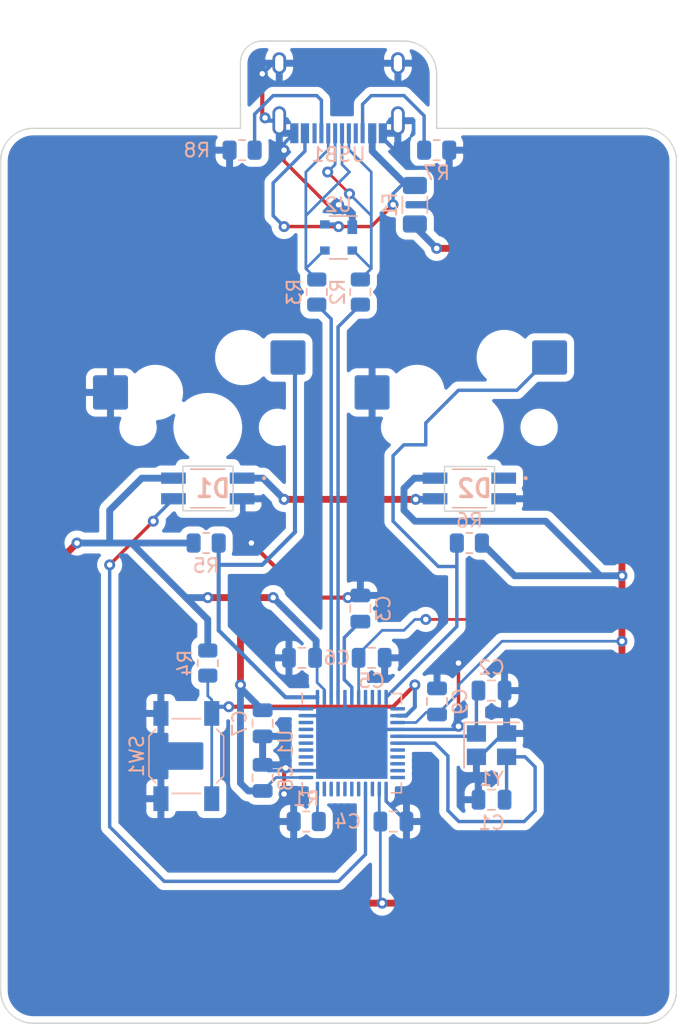
<source format=kicad_pcb>
(kicad_pcb (version 20211014) (generator pcbnew)
  (layers (0 "F.Cu" signal) (31 "B.Cu" signal) (34 "B.Paste" user) (35 "F.Paste" user) (36 "B.SilkS" user "B.Silkscreen") (37 "F.SilkS" user "F.Silkscreen") (38 "B.Mask" user) (39 "F.Mask" user) (44 "Edge.Cuts" user))
  (net 0 "")
  (net 1 "GND")
  (net 2 "Net-(C1-Pad2)")
  (net 3 "Net-(C2-Pad2)")
  (net 4 "Net-(C3-Pad1)")
  (net 5 "+5V")
  (net 6 "VCC")
  (net 7 "Net-(MX1-Pad2)")
  (net 8 "Net-(MX2-Pad2)")
  (net 9 "Net-(R1-Pad1)")
  (net 10 "D+")
  (net 11 "Net-(R2-Pad2)")
  (net 12 "D-")
  (net 13 "Net-(R3-Pad2)")
  (net 14 "Net-(R4-Pad2)")
  (net 36 "RGBLED")
  (net 37 "Net-(R7-Pad1)")
  (net 38 "Net-(R8-Pad1)")
  (net 41 "Net-(D1-Pad1)")
  (footprint "MX_Hotswap:MX-Hotswap-1U" (layer "F.Cu") (at 150.8125 81.28)
    (fp_text reference "MX1")
    (fp_text value "MX-NoLED")
    (pad "" np_thru_hole circle (at 5.08 0 48.099) (size 1.7018 1.7018) (drill 1.7018) (layers F&B.Cu *.Mask))
    (pad "" np_thru_hole circle (at -5.08 0 48.099) (size 1.7018 1.7018) (drill 1.7018) (layers F&B.Cu *.Mask))
    (pad "" np_thru_hole circle (at -3.81 -2.54) (size 3 3) (drill 3) (layers F&B.Cu *.Mask))
    (pad "" np_thru_hole circle (at 0 0) (size 3.9878 3.9878) (drill 3.9878) (layers F&B.Cu *.Mask))
    (pad "" np_thru_hole circle (at 2.54 -5.08) (size 3 3) (drill 3) (layers F&B.Cu *.Mask))
    (pad "1" smd roundrect (at -7.085 -2.54) (size 2.55 2.5) (layers "B.Cu" "B.Paste" "B.Mask") (roundrect_rratio 0.08) (net 1 "GND"))
    (pad "2" smd roundrect (at 5.842 -5.08) (size 2.55 2.5) (layers "B.Cu" "B.Paste" "B.Mask") (roundrect_rratio 0.08) (net 7 "Net-(MX1-Pad2)"))
  )
  (footprint "MX_Hotswap:MX-Hotswap-1U" (layer "F.Cu") (at 169.8625 81.28)
    (fp_text reference "MX2")
    (fp_text value "MX-NoLED")
    (pad "" np_thru_hole circle (at -3.81 -2.54) (size 3 3) (drill 3) (layers F&B.Cu *.Mask))
    (pad "" np_thru_hole circle (at 2.54 -5.08) (size 3 3) (drill 3) (layers F&B.Cu *.Mask))
    (pad "" np_thru_hole circle (at 5.08 0 48.099) (size 1.7018 1.7018) (drill 1.7018) (layers F&B.Cu *.Mask))
    (pad "" np_thru_hole circle (at -5.08 0 48.099) (size 1.7018 1.7018) (drill 1.7018) (layers F&B.Cu *.Mask))
    (pad "" np_thru_hole circle (at 0 0) (size 3.9878 3.9878) (drill 3.9878) (layers F&B.Cu *.Mask))
    (pad "1" smd roundrect (at -7.085 -2.54) (size 2.55 2.5) (layers "B.Cu" "B.Paste" "B.Mask") (roundrect_rratio 0.08) (net 1 "GND"))
    (pad "2" smd roundrect (at 5.842 -5.08) (size 2.55 2.5) (layers "B.Cu" "B.Paste" "B.Mask") (roundrect_rratio 0.08) (net 8 "Net-(MX2-Pad2)"))
  )
  (footprint "Capacitor_SMD:C_0805_2012Metric" (layer "B.Cu") (at 154.80625 106.775 90)
    (fp_text reference "C8" (at 0 1.68 90) (layer "B.SilkS") (effects (justify mirror)))
    (fp_text value "0.1uF")
    (pad "1" smd roundrect (at -0.95 0 90) (size 1 1.45) (layers "B.Cu" "B.Paste" "B.Mask") (net 5 "+5V"))
    (pad "2" smd roundrect (at 0.95 0 90) (size 1 1.45) (layers "B.Cu" "B.Paste" "B.Mask") (net 1 "GND"))
  )
  (footprint "Capacitor_SMD:C_0805_2012Metric" (layer "B.Cu") (at 171.475 108.3625)
    (fp_text reference "C1" (at 0 1.68) (layer "B.SilkS") (effects (justify mirror)))
    (fp_text value "22pF")
    (pad "1" smd roundrect (at -0.95 0) (size 1 1.45) (layers "B.Cu" "B.Paste" "B.Mask") (net 1 "GND"))
    (pad "2" smd roundrect (at 0.95 0) (size 1 1.45) (layers "B.Cu" "B.Paste" "B.Mask") (net 2 "Net-(C1-Pad2)"))
  )
  (footprint "Resistor_SMD:R_0805_2012Metric" (layer "B.Cu") (at 150.8125 98.425 -90)
    (fp_text reference "R4" (at 0 1.65 90) (layer "B.SilkS") (effects (justify mirror)))
    (fp_text value "10k")
    (pad "1" smd roundrect (at -0.9125 0 270) (size 1.025 1.4) (layers "B.Cu" "B.Paste" "B.Mask") (roundrect_rratio 0.243902) (net 5 "+5V"))
    (pad "2" smd roundrect (at 0.9125 0 270) (size 1.025 1.4) (layers "B.Cu" "B.Paste" "B.Mask") (roundrect_rratio 0.243902) (net 14 "Net-(R4-Pad2)"))
  )
  (footprint "LED:SK6812MINIE" (layer "B.Cu") (at 150.8125 85.725 180)
    (fp_text reference "D1" (at -0.375 0) (layer "B.SilkS") (effects (font (size 1.27 1.27) (thickness 0.254)) (justify mirror)))
    (fp_text value "SK6812MINI" hide)
    (pad "1" smd rect locked (at -2.5 0.75 90) (size 0.82 1.8) (layers "B.Cu" "B.Paste" "B.Mask") (net 41 "Net-(D1-Pad1)"))
    (pad "2" smd rect locked (at -2.5 -0.75 90) (size 0.82 1.8) (layers "B.Cu" "B.Paste" "B.Mask") (net 1 "GND"))
    (pad "3" smd rect locked (at 2.5 -0.75 90) (size 0.82 1.8) (layers "B.Cu" "B.Paste" "B.Mask") (net 36 "RGBLED"))
    (pad "4" smd rect locked (at 2.5 0.75 90) (size 0.82 1.8) (layers "B.Cu" "B.Paste" "B.Mask") (net 5 "+5V"))
  )
  (footprint "Resistor_SMD:R_0805_2012Metric" (layer "B.Cu") (at 157.98125 109.95 180)
    (fp_text reference "R1" (at 0 1.65) (layer "B.SilkS") (effects (justify mirror)))
    (fp_text value "10k")
    (pad "1" smd roundrect (at -0.9125 0 180) (size 1.025 1.4) (layers "B.Cu" "B.Paste" "B.Mask") (roundrect_rratio 0.243902) (net 9 "Net-(R1-Pad1)"))
    (pad "2" smd roundrect (at 0.9125 0 180) (size 1.025 1.4) (layers "B.Cu" "B.Paste" "B.Mask") (roundrect_rratio 0.243902) (net 1 "GND"))
  )
  (footprint "Resistor_SMD:R_0805_2012Metric" (layer "B.Cu") (at 150.69375 89.69375)
    (fp_text reference "R5" (at 0 1.65) (layer "B.SilkS") (effects (justify mirror)))
    (fp_text value "10k")
    (pad "1" smd roundrect (at -0.9125 0) (size 1.025 1.4) (layers "B.Cu" "B.Paste" "B.Mask") (roundrect_rratio 0.243902) (net 5 "+5V"))
    (pad "2" smd roundrect (at 0.9125 0) (size 1.025 1.4) (layers "B.Cu" "B.Paste" "B.Mask") (roundrect_rratio 0.243902) (net 7 "Net-(MX1-Pad2)"))
  )
  (footprint "Capacitor_SMD:C_0805_2012Metric" (layer "B.Cu") (at 157.675 98.04375 180)
    (fp_text reference "C6" (at -2.5375 0) (layer "B.SilkS") (effects (justify mirror)))
    (fp_text value "0.1uF")
    (pad "1" smd roundrect (at -0.95 0 180) (size 1 1.45) (layers "B.Cu" "B.Paste" "B.Mask") (net 5 "+5V"))
    (pad "2" smd roundrect (at 0.95 0 180) (size 1 1.45) (layers "B.Cu" "B.Paste" "B.Mask") (net 1 "GND"))
  )
  (footprint "Capacitor_SMD:C_0805_2012Metric" (layer "B.Cu") (at 161.925 94.45625 90)
    (fp_text reference "C3" (at 0 1.68 90) (layer "B.SilkS") (effects (justify mirror)))
    (fp_text value "1uF")
    (pad "1" smd roundrect (at -0.95 0 90) (size 1 1.45) (layers "B.Cu" "B.Paste" "B.Mask") (net 4 "Net-(C3-Pad1)"))
    (pad "2" smd roundrect (at 0.95 0 90) (size 1 1.45) (layers "B.Cu" "B.Paste" "B.Mask") (net 1 "GND"))
  )
  (footprint "Capacitor_SMD:C_0805_2012Metric" (layer "B.Cu") (at 171.475 100.425 180)
    (fp_text reference "C2" (at 0 1.68) (layer "B.SilkS") (effects (justify mirror)))
    (fp_text value "22pF")
    (pad "1" smd roundrect (at -0.95 0 180) (size 1 1.45) (layers "B.Cu" "B.Paste" "B.Mask") (net 1 "GND"))
    (pad "2" smd roundrect (at 0.95 0 180) (size 1 1.45) (layers "B.Cu" "B.Paste" "B.Mask") (net 3 "Net-(C2-Pad2)"))
  )
  (footprint "Button_Switch_SMD:SW_SPST_SKQG_WithStem" (layer "B.Cu") (at 149.25 105.1875 -90)
    (fp_text reference "SW1" (at 0 3.6 -270) (layer "B.SilkS") (effects (justify mirror)))
    (fp_text value "SW_Push")
    (pad "1" smd rect (at 3.1 1.85 270) (size 1.8 1.1) (layers "B.Cu" "B.Paste" "B.Mask") (net 1 "GND"))
    (pad "1" smd rect (at -3.1 1.85 270) (size 1.8 1.1) (layers "B.Cu" "B.Paste" "B.Mask") (net 1 "GND"))
    (pad "2" smd rect (at -3.1 -1.85 270) (size 1.8 1.1) (layers "B.Cu" "B.Paste" "B.Mask") (net 14 "Net-(R4-Pad2)"))
    (pad "2" smd rect (at 3.1 -1.85 270) (size 1.8 1.1) (layers "B.Cu" "B.Paste" "B.Mask") (net 14 "Net-(R4-Pad2)"))
    (zone (net 0) (net_name "") (layer "B.Cu") (connect_pads (clearance 0)) (min_thickness 0.254)
      (keepout (tracks not_allowed) (vias not_allowed) (pads not_allowed) (copperpour not_allowed) (footprints not_allowed))
      (fill (thermal_gap 0.508) (thermal_bridge_width 0.508))
      (polygon (pts (xy 147.95 101.1875) (xy 147.95 104.1875) (xy 150.55 104.1875) (xy 150.55 101.1875)))
    )
    (zone (net 0) (net_name "") (layer "B.Cu") (connect_pads (clearance 0)) (min_thickness 0.254)
      (keepout (tracks not_allowed) (vias not_allowed) (pads not_allowed) (copperpour not_allowed) (footprints not_allowed))
      (fill (thermal_gap 0.508) (thermal_bridge_width 0.508))
      (polygon (pts (xy 147.95 106.1875) (xy 147.95 109.1875) (xy 150.55 109.1875) (xy 150.55 106.1875)))
    )
  )
  (footprint "Capacitor_SMD:C_0805_2012Metric" (layer "B.Cu") (at 162.74375 98.04375)
    (fp_text reference "C5" (at 0 1.68) (layer "B.SilkS") (effects (justify mirror)))
    (fp_text value "0.1uF")
    (pad "1" smd roundrect (at -0.95 0) (size 1 1.45) (layers "B.Cu" "B.Paste" "B.Mask") (net 5 "+5V"))
    (pad "2" smd roundrect (at 0.95 0) (size 1 1.45) (layers "B.Cu" "B.Paste" "B.Mask") (net 1 "GND"))
  )
  (footprint "Type-C:HRO-TYPE-C-31-M-12-Assembly" (layer "B.Cu") (at 160.3375 52.19375)
    (fp_text reference "USB1" (at 0 9.25) (layer "B.SilkS") (effects (justify mirror)))
    (fp_text value "HRO-TYPE-C-31-M-12")
    (pad "" np_thru_hole circle locked (at -2.89 6.25) (size 0.65 0.65) (drill 0.65) (layers *.Cu *.Mask))
    (pad "" np_thru_hole circle locked (at 2.89 6.25) (size 0.65 0.65) (drill 0.65) (layers *.Cu *.Mask))
    (pad "1" smd rect locked (at -3.225 7.695) (size 0.6 1.45) (layers "B.Cu" "B.Paste" "B.Mask") (net 1 "GND"))
    (pad "2" smd rect locked (at -2.45 7.695) (size 0.6 1.45) (layers "B.Cu" "B.Paste" "B.Mask") (net 6 "VCC"))
    (pad "3" smd rect locked (at -1.75 7.695) (size 0.3 1.45) (layers "B.Cu" "B.Paste" "B.Mask"))
    (pad "4" smd rect locked (at -1.25 7.695) (size 0.3 1.45) (layers "B.Cu" "B.Paste" "B.Mask") (net 38 "Net-(R8-Pad1)"))
    (pad "5" smd rect locked (at -0.75 7.695) (size 0.3 1.45) (layers "B.Cu" "B.Paste" "B.Mask") (net 12 "D-"))
    (pad "6" smd rect locked (at -0.25 7.695) (size 0.3 1.45) (layers "B.Cu" "B.Paste" "B.Mask") (net 10 "D+"))
    (pad "7" smd rect locked (at 0.25 7.695) (size 0.3 1.45) (layers "B.Cu" "B.Paste" "B.Mask") (net 12 "D-"))
    (pad "8" smd rect locked (at 0.75 7.695) (size 0.3 1.45) (layers "B.Cu" "B.Paste" "B.Mask") (net 10 "D+"))
    (pad "9" smd rect locked (at 1.25 7.695) (size 0.3 1.45) (layers "B.Cu" "B.Paste" "B.Mask"))
    (pad "10" smd rect locked (at 1.75 7.695) (size 0.3 1.45) (layers "B.Cu" "B.Paste" "B.Mask") (net 37 "Net-(R7-Pad1)"))
    (pad "11" smd rect locked (at 2.45 7.695) (size 0.6 1.45) (layers "B.Cu" "B.Paste" "B.Mask") (net 6 "VCC"))
    (pad "12" smd rect locked (at 3.225 7.695) (size 0.6 1.45) (layers "B.Cu" "B.Paste" "B.Mask") (net 1 "GND"))
    (pad "13" thru_hole oval locked (at 4.32 2.6) (size 1 1.6) (drill oval 0.6 1.2) (layers *.Cu *.Mask) (net 1 "GND"))
    (pad "13" thru_hole oval locked (at -4.32 2.6) (size 1 1.6) (drill oval 0.6 1.2) (layers *.Cu *.Mask) (net 1 "GND"))
    (pad "13" thru_hole oval locked (at 4.32 6.78) (size 1 2.1) (drill oval 0.6 1.7) (layers *.Cu *.Mask) (net 1 "GND"))
    (pad "13" thru_hole oval locked (at -4.32 6.78) (size 1 2.1) (drill oval 0.6 1.7) (layers *.Cu *.Mask) (net 1 "GND"))
  )
  (footprint "Package_DFN_QFN:QFN-44-1EP_7x7mm_P0.5mm_EP5.2x5.2mm" (layer "B.Cu") (at 161.3 104.25 -90)
    (fp_text reference "U1" (at 0 4.82 90) (layer "B.SilkS") (effects (justify mirror)))
    (fp_text value "ATmega32U4-M")
    (pad "1" smd roundrect (at -3.3375 2.5 270) (size 1.075 0.25) (layers "B.Cu" "B.Paste" "B.Mask") (net 7 "Net-(MX1-Pad2)"))
    (pad "2" smd roundrect (at -3.3375 2 270) (size 1.075 0.25) (layers "B.Cu" "B.Paste" "B.Mask") (net 5 "+5V"))
    (pad "3" smd roundrect (at -3.3375 1.5 270) (size 1.075 0.25) (layers "B.Cu" "B.Paste" "B.Mask") (net 13 "Net-(R3-Pad2)"))
    (pad "4" smd roundrect (at -3.3375 1 270) (size 1.075 0.25) (layers "B.Cu" "B.Paste" "B.Mask") (net 11 "Net-(R2-Pad2)"))
    (pad "5" smd roundrect (at -3.3375 0.5 270) (size 1.075 0.25) (layers "B.Cu" "B.Paste" "B.Mask") (net 1 "GND"))
    (pad "6" smd roundrect (at -3.3375 0 270) (size 1.075 0.25) (layers "B.Cu" "B.Paste" "B.Mask") (net 4 "Net-(C3-Pad1)"))
    (pad "7" smd roundrect (at -3.3375 -0.5 270) (size 1.075 0.25) (layers "B.Cu" "B.Paste" "B.Mask") (net 5 "+5V"))
    (pad "8" smd roundrect (at -3.3375 -1 270) (size 1.075 0.25) (layers "B.Cu" "B.Paste" "B.Mask"))
    (pad "9" smd roundrect (at -3.3375 -1.5 270) (size 1.075 0.25) (layers "B.Cu" "B.Paste" "B.Mask"))
    (pad "10" smd roundrect (at -3.3375 -2 270) (size 1.075 0.25) (layers "B.Cu" "B.Paste" "B.Mask"))
    (pad "11" smd roundrect (at -3.3375 -2.5 270) (size 1.075 0.25) (layers "B.Cu" "B.Paste" "B.Mask") (net 8 "Net-(MX2-Pad2)"))
    (pad "12" smd roundrect (at -2.5 -3.3375 270) (size 0.25 1.075) (layers "B.Cu" "B.Paste" "B.Mask"))
    (pad "13" smd roundrect (at -2 -3.3375 270) (size 0.25 1.075) (layers "B.Cu" "B.Paste" "B.Mask") (net 14 "Net-(R4-Pad2)"))
    (pad "14" smd roundrect (at -1.5 -3.3375 270) (size 0.25 1.075) (layers "B.Cu" "B.Paste" "B.Mask") (net 5 "+5V"))
    (pad "15" smd roundrect (at -1 -3.3375 270) (size 0.25 1.075) (layers "B.Cu" "B.Paste" "B.Mask") (net 1 "GND"))
    (pad "16" smd roundrect (at -0.5 -3.3375 270) (size 0.25 1.075) (layers "B.Cu" "B.Paste" "B.Mask") (net 3 "Net-(C2-Pad2)"))
    (pad "17" smd roundrect (at 0 -3.3375 270) (size 0.25 1.075) (layers "B.Cu" "B.Paste" "B.Mask") (net 2 "Net-(C1-Pad2)"))
    (pad "18" smd roundrect (at 0.5 -3.3375 270) (size 0.25 1.075) (layers "B.Cu" "B.Paste" "B.Mask"))
    (pad "19" smd roundrect (at 1 -3.3375 270) (size 0.25 1.075) (layers "B.Cu" "B.Paste" "B.Mask"))
    (pad "20" smd roundrect (at 1.5 -3.3375 270) (size 0.25 1.075) (layers "B.Cu" "B.Paste" "B.Mask"))
    (pad "21" smd roundrect (at 2 -3.3375 270) (size 0.25 1.075) (layers "B.Cu" "B.Paste" "B.Mask"))
    (pad "22" smd roundrect (at 2.5 -3.3375 270) (size 0.25 1.075) (layers "B.Cu" "B.Paste" "B.Mask"))
    (pad "23" smd roundrect (at 3.3375 -2.5 270) (size 1.075 0.25) (layers "B.Cu" "B.Paste" "B.Mask") (net 1 "GND"))
    (pad "24" smd roundrect (at 3.3375 -2 270) (size 1.075 0.25) (layers "B.Cu" "B.Paste" "B.Mask") (net 5 "+5V"))
    (pad "25" smd roundrect (at 3.3375 -1.5 270) (size 1.075 0.25) (layers "B.Cu" "B.Paste" "B.Mask"))
    (pad "26" smd roundrect (at 3.3375 -1 270) (size 1.075 0.25) (layers "B.Cu" "B.Paste" "B.Mask") (net 36 "RGBLED"))
    (pad "27" smd roundrect (at 3.3375 -0.5 270) (size 1.075 0.25) (layers "B.Cu" "B.Paste" "B.Mask"))
    (pad "28" smd roundrect (at 3.3375 0 270) (size 1.075 0.25) (layers "B.Cu" "B.Paste" "B.Mask"))
    (pad "29" smd roundrect (at 3.3375 0.5 270) (size 1.075 0.25) (layers "B.Cu" "B.Paste" "B.Mask"))
    (pad "30" smd roundrect (at 3.3375 1 270) (size 1.075 0.25) (layers "B.Cu" "B.Paste" "B.Mask"))
    (pad "31" smd roundrect (at 3.3375 1.5 270) (size 1.075 0.25) (layers "B.Cu" "B.Paste" "B.Mask"))
    (pad "32" smd roundrect (at 3.3375 2 270) (size 1.075 0.25) (layers "B.Cu" "B.Paste" "B.Mask"))
    (pad "33" smd roundrect (at 3.3375 2.5 270) (size 1.075 0.25) (layers "B.Cu" "B.Paste" "B.Mask") (net 9 "Net-(R1-Pad1)"))
    (pad "34" smd roundrect (at 2.5 3.3375 270) (size 0.25 1.075) (layers "B.Cu" "B.Paste" "B.Mask") (net 5 "+5V"))
    (pad "35" smd roundrect (at 2 3.3375 270) (size 0.25 1.075) (layers "B.Cu" "B.Paste" "B.Mask") (net 1 "GND"))
    (pad "36" smd roundrect (at 1.5 3.3375 270) (size 0.25 1.075) (layers "B.Cu" "B.Paste" "B.Mask"))
    (pad "37" smd roundrect (at 1 3.3375 270) (size 0.25 1.075) (layers "B.Cu" "B.Paste" "B.Mask"))
    (pad "38" smd roundrect (at 0.5 3.3375 270) (size 0.25 1.075) (layers "B.Cu" "B.Paste" "B.Mask"))
    (pad "39" smd roundrect (at 0 3.3375 270) (size 0.25 1.075) (layers "B.Cu" "B.Paste" "B.Mask"))
    (pad "40" smd roundrect (at -0.5 3.3375 270) (size 0.25 1.075) (layers "B.Cu" "B.Paste" "B.Mask"))
    (pad "41" smd roundrect (at -1 3.3375 270) (size 0.25 1.075) (layers "B.Cu" "B.Paste" "B.Mask"))
    (pad "42" smd roundrect (at -1.5 3.3375 270) (size 0.25 1.075) (layers "B.Cu" "B.Paste" "B.Mask"))
    (pad "43" smd roundrect (at -2 3.3375 270) (size 0.25 1.075) (layers "B.Cu" "B.Paste" "B.Mask") (net 1 "GND"))
    (pad "44" smd roundrect (at -2.5 3.3375 270) (size 0.25 1.075) (layers "B.Cu" "B.Paste" "B.Mask") (net 5 "+5V"))
    (pad "45" smd rect (at 0 0 270) (size 5.2 5.2) (layers "B.Cu" "B.Mask") (net 1 "GND"))
  )
  (footprint "LED:SK6812MINIE" (layer "B.Cu") (at 169.8625 85.725 180)
    (fp_text reference "D2" (at -0.375 0) (layer "B.SilkS") (effects (font (size 1.27 1.27) (thickness 0.254)) (justify mirror)))
    (fp_text value "SK6812MINI" hide)
    (pad "1" smd rect locked (at -2.5 0.75 90) (size 0.82 1.8) (layers "B.Cu" "B.Paste" "B.Mask"))
    (pad "2" smd rect locked (at -2.5 -0.75 90) (size 0.82 1.8) (layers "B.Cu" "B.Paste" "B.Mask") (net 1 "GND"))
    (pad "3" smd rect locked (at 2.5 -0.75 90) (size 0.82 1.8) (layers "B.Cu" "B.Paste" "B.Mask") (net 41 "Net-(D1-Pad1)"))
    (pad "4" smd rect locked (at 2.5 0.75 90) (size 0.82 1.8) (layers "B.Cu" "B.Paste" "B.Mask") (net 5 "+5V"))
  )
  (footprint "Capacitor_SMD:C_0805_2012Metric" (layer "B.Cu") (at 164.33125 109.95)
    (fp_text reference "C4" (at -3.33125 0) (layer "B.SilkS") (effects (justify mirror)))
    (fp_text value "0.1uF")
    (pad "1" smd roundrect (at -0.95 0) (size 1 1.45) (layers "B.Cu" "F.Adhes" "B.Paste" "B.Mask") (net 5 "+5V"))
    (pad "2" smd roundrect (at 0.95 0) (size 1 1.45) (layers "B.Cu" "B.Paste" "B.Mask") (net 1 "GND"))
  )
  (footprint "Capacitor_SMD:C_0805_2012Metric" (layer "B.Cu") (at 167.50625 101.21875 90)
    (fp_text reference "C9" (at 0 1.68 90) (layer "B.SilkS") (effects (justify mirror)))
    (fp_text value "0.1uF")
    (pad "1" smd roundrect (at -0.95 0 90) (size 1 1.45) (layers "B.Cu" "B.Paste" "B.Mask") (net 5 "+5V"))
    (pad "2" smd roundrect (at 0.95 0 90) (size 1 1.45) (layers "B.Cu" "B.Paste" "B.Mask") (net 1 "GND"))
  )
  (footprint "Capacitor_SMD:C_0805_2012Metric" (layer "B.Cu") (at 154.80625 102.80625 -90)
    (fp_text reference "C7" (at 0 1.68 90) (layer "B.SilkS") (effects (justify mirror)))
    (fp_text value "10uF")
    (pad "1" smd roundrect (at -0.95 0 270) (size 1 1.45) (layers "B.Cu" "B.Paste" "B.Mask") (net 5 "+5V"))
    (pad "2" smd roundrect (at 0.95 0 270) (size 1 1.45) (layers "B.Cu" "B.Paste" "B.Mask") (net 1 "GND"))
  )
  (footprint "Crystal:Crystal_SMD_3225-4Pin_3.2x2.5mm" (layer "B.Cu") (at 171.475 104.39375)
    (fp_text reference "Y1" (at 0 2.45) (layer "B.SilkS") (effects (justify mirror)))
    (fp_text value "16MHz")
    (pad "1" smd rect (at -1.1 -0.85) (size 1.4 1.2) (layers "B.Cu" "B.Paste" "B.Mask") (net 3 "Net-(C2-Pad2)"))
    (pad "2" smd rect (at 1.1 -0.85) (size 1.4 1.2) (layers "B.Cu" "B.Paste" "B.Mask") (net 1 "GND"))
    (pad "3" smd rect (at 1.1 0.85) (size 1.4 1.2) (layers "B.Cu" "B.Paste" "B.Mask") (net 2 "Net-(C1-Pad2)"))
    (pad "4" smd rect (at -1.1 0.85) (size 1.4 1.2) (layers "B.Cu" "B.Paste" "B.Mask") (net 1 "GND"))
  )
  (footprint "Resistor_SMD:R_0805_2012Metric" (layer "B.Cu") (at 167.48125 61.11875)
    (fp_text reference "R7" (at 0 1.65) (layer "B.SilkS") (effects (justify mirror)))
    (fp_text value "5.1k")
    (pad "1" smd roundrect (at -0.9125 0) (size 1.025 1.4) (layers "B.Cu" "B.Paste" "B.Mask") (roundrect_rratio 0.243902) (net 37 "Net-(R7-Pad1)"))
    (pad "2" smd roundrect (at 0.9125 0) (size 1.025 1.4) (layers "B.Cu" "B.Paste" "B.Mask") (roundrect_rratio 0.243902) (net 1 "GND"))
  )
  (footprint "Resistor_SMD:R_0805_2012Metric" (layer "B.Cu") (at 153.3125 61.11875 180)
    (fp_text reference "R8" (at 3.29375 0) (layer "B.SilkS") (effects (justify mirror)))
    (fp_text value "5.1k")
    (pad "1" smd roundrect (at -0.9125 0 180) (size 1.025 1.4) (layers "B.Cu" "B.Paste" "B.Mask") (roundrect_rratio 0.243902) (net 38 "Net-(R8-Pad1)"))
    (pad "2" smd roundrect (at 0.9125 0 180) (size 1.025 1.4) (layers "B.Cu" "B.Paste" "B.Mask") (roundrect_rratio 0.243902) (net 1 "GND"))
  )
  (footprint "Fuse:Fuse_1206_3216Metric" (layer "B.Cu") (at 165.89375 65.0875 -90)
    (fp_text reference "F1" (at 0 1.82 90) (layer "B.SilkS") (effects (justify mirror)))
    (fp_text value "500mA")
    (pad "1" smd roundrect (at -1.4 0 270) (size 1.25 1.75) (layers "B.Cu" "B.Paste" "B.Mask") (roundrect_rratio 0.2) (net 6 "VCC"))
    (pad "2" smd roundrect (at 1.4 0 270) (size 1.25 1.75) (layers "B.Cu" "B.Paste" "B.Mask") (roundrect_rratio 0.2) (net 5 "+5V"))
  )
  (footprint "Resistor_SMD:R_0805_2012Metric" (layer "B.Cu") (at 161.925 71.4375 -90)
    (fp_text reference "R2" (at 0 1.65 90) (layer "B.SilkS") (effects (justify mirror)))
    (fp_text value "22")
    (pad "1" smd roundrect (at -0.9125 0 270) (size 1.025 1.4) (layers "B.Cu" "B.Paste" "B.Mask") (roundrect_rratio 0.243902) (net 10 "D+"))
    (pad "2" smd roundrect (at 0.9125 0 270) (size 1.025 1.4) (layers "B.Cu" "B.Paste" "B.Mask") (roundrect_rratio 0.243902) (net 11 "Net-(R2-Pad2)"))
  )
  (footprint "Resistor_SMD:R_0805_2012Metric" (layer "B.Cu") (at 158.75 71.4375 -90)
    (fp_text reference "R3" (at 0 1.65 90) (layer "B.SilkS") (effects (justify mirror)))
    (fp_text value "22")
    (pad "1" smd roundrect (at -0.9125 0 270) (size 1.025 1.4) (layers "B.Cu" "B.Paste" "B.Mask") (roundrect_rratio 0.243902) (net 12 "D-"))
    (pad "2" smd roundrect (at 0.9125 0 270) (size 1.025 1.4) (layers "B.Cu" "B.Paste" "B.Mask") (roundrect_rratio 0.243902) (net 13 "Net-(R3-Pad2)"))
  )
  (footprint "Package_TO_SOT_SMD:SOT-143" (layer "B.Cu") (at 160.3375 67.46875 180)
    (fp_text reference "U2" (at 0.02 2.38) (layer "B.SilkS") (effects (justify mirror)))
    (fp_text value "PRTR5V0U2X")
    (pad "1" smd rect (at -1 0.75 180) (size 0.7 1) (layers "B.Cu" "B.Paste" "B.Mask") (net 1 "GND"))
    (pad "2" smd rect (at -1 -0.95 180) (size 0.7 0.6) (layers "B.Cu" "B.Paste" "B.Mask") (net 10 "D+"))
    (pad "3" smd rect (at 1 -0.95 180) (size 0.7 0.6) (layers "B.Cu" "B.Paste" "B.Mask") (net 12 "D-"))
    (pad "4" smd rect (at 1 0.95 180) (size 0.7 0.6) (layers "B.Cu" "B.Paste" "B.Mask") (net 6 "VCC"))
  )
  (footprint "Resistor_SMD:R_0805_2012Metric" (layer "B.Cu") (at 169.8625 89.69375 180)
    (fp_text reference "R6" (at 0 1.65) (layer "B.SilkS") (effects (justify mirror)))
    (fp_text value "10k")
    (pad "1" smd roundrect (at -0.9125 0 180) (size 1.025 1.4) (layers "B.Cu" "B.Paste" "B.Mask") (roundrect_rratio 0.243902) (net 5 "+5V"))
    (pad "2" smd roundrect (at 0.9125 0 180) (size 1.025 1.4) (layers "B.Cu" "B.Paste" "B.Mask") (roundrect_rratio 0.243902) (net 8 "Net-(MX2-Pad2)"))
  )
  (gr_line (start 167.48125 59.53125) (end 167.48125 55.5625) (layer "Edge.Cuts") (width 0.1))
  (gr_line (start 184.94375 122.2375) (end 184.94375 61.9125) (layer "Edge.Cuts") (width 0.1))
  (gr_line (start 153.19375 54.76875) (end 153.19375 59.53125) (layer "Edge.Cuts") (width 0.1))
  (gr_arc (start 182.5625 59.53125) (mid 184.246298 60.228702) (end 184.94375 61.9125) (layer "Edge.Cuts") (width 0.1))
  (gr_arc (start 184.94375 122.2375) (mid 184.246298 123.921298) (end 182.5625 124.61875) (layer "Edge.Cuts") (width 0.1))
  (gr_line (start 182.5625 59.53125) (end 167.48125 59.53125) (layer "Edge.Cuts") (width 0.1))
  (gr_arc (start 165.1 53.18125) (mid 166.783798 53.878702) (end 167.48125 55.5625) (layer "Edge.Cuts") (width 0.1))
  (gr_line (start 135.73125 61.9125) (end 135.73125 122.2375) (layer "Edge.Cuts") (width 0.1))
  (gr_arc (start 153.19375 54.76875) (mid 153.658718 53.646218) (end 154.78125 53.18125) (layer "Edge.Cuts") (width 0.1))
  (gr_line (start 138.1125 124.61875) (end 182.5625 124.61875) (layer "Edge.Cuts") (width 0.1))
  (gr_line (start 165.1 53.18125) (end 154.78125 53.18125) (layer "Edge.Cuts") (width 0.1))
  (gr_arc (start 135.73125 61.9125) (mid 136.428702 60.228702) (end 138.1125 59.53125) (layer "Edge.Cuts") (width 0.1))
  (gr_line (start 153.19375 59.53125) (end 138.1125 59.53125) (layer "Edge.Cuts") (width 0.1))
  (gr_arc (start 138.1125 124.61875) (mid 136.428702 123.921298) (end 135.73125 122.2375) (layer "Edge.Cuts") (width 0.1))
  (gr_rect (start 168.05 84.125) (end 171.7 87.375) (layer "Edge.Cuts") (width 0.1) (fill none))
  (gr_rect (start 149 84.1) (end 152.65 87.35) (layer "Edge.Cuts") (width 0.1) (fill none))
  (segment (start 156.36875 61.9125) (end 156.36875 61.11875) (width 0.25) (layer "F.Cu") (net 1))
  (segment (start 154.980799 58.768799) (end 154.78125 58.56925) (width 0.3) (layer "F.Cu") (net 1))
  (segment (start 157.95625 93.6625) (end 161.0245 93.6625) (width 0.3) (layer "F.Cu") (net 1))
  (segment (start 156.36875 106.163) (end 156.48125 106.0505) (width 0.3) (layer "F.Cu") (net 1))
  (segment (start 156.36875 107.95) (end 156.36875 106.163) (width 0.3) (layer "F.Cu") (net 1))
  (segment (start 169.06875 103.0255) (end 169.06875 98.425) (width 0.25) (layer "F.Cu") (net 1))
  (segment (start 154.78125 58.56925) (end 154.78125 55.5625) (width 0.3) (layer "F.Cu") (net 1))
  (segment (start 160.3375 65.0875) (end 159.54375 65.0875) (width 0.25) (layer "F.Cu") (net 1))
  (segment (start 153.9875 89.69375) (end 157.95625 93.6625) (width 0.3) (layer "F.Cu") (net 1))
  (segment (start 159.54375 65.0875) (end 156.36875 61.9125) (width 0.25) (layer "F.Cu") (net 1))
  (via (at 161.0245 93.6625) (size 0.8) (drill 0.4) (layers "F.Cu" "B.Cu") (net 1))
  (via (at 169.06875 98.425) (size 0.8) (drill 0.4) (layers "F.Cu" "B.Cu") (net 1))
  (via (at 154.980799 58.768799) (size 0.8) (drill 0.4) (layers "F.Cu" "B.Cu") (net 1))
  (via (at 156.36875 61.11875) (size 0.8) (drill 0.4) (layers "F.Cu" "B.Cu") (net 1))
  (via (at 160.3375 65.0875) (size 0.8) (drill 0.4) (layers "F.Cu" "B.Cu") (net 1))
  (via (at 153.9875 89.69375) (size 0.8) (drill 0.4) (layers "F.Cu" "B.Cu") (net 1))
  (via (at 156.36875 107.95) (size 0.8) (drill 0.4) (layers "F.Cu" "B.Cu") (net 1))
  (via (at 154.78125 55.5625) (size 0.8) (drill 0.4) (layers "F.Cu" "B.Cu") (net 1))
  (via (at 156.48125 106.0505) (size 0.8) (drill 0.4) (layers "F.Cu" "B.Cu") (net 1))
  (via (at 169.06875 103.0255) (size 0.8) (drill 0.4) (layers "F.Cu" "B.Cu") (net 1))
  (segment (start 165.7 62.4) (end 163.5625 60.2625) (width 0.3) (layer "B.Cu") (net 1))
  (segment (start 163.5625 59.88875) (end 163.5625 60.375) (width 0.25) (layer "B.Cu") (net 1))
  (segment (start 153.3125 86.475) (end 153.3125 89.01875) (width 0.3) (layer "B.Cu") (net 1))
  (segment (start 172.425 100.425) (end 172.575 100.575) (width 0.25) (layer "B.Cu") (net 1))
  (segment (start 161.3 104.25) (end 161.3 102.5625) (width 0.25) (layer "B.Cu") (net 1))
  (segment (start 168.1 62.4) (end 165.7 62.4) (width 0.3) (layer "B.Cu") (net 1))
  (segment (start 161.3375 66.0875) (end 160.3375 65.0875) (width 0.25) (layer "B.Cu") (net 1))
  (segment (start 157.06875 108.65) (end 156.36875 107.95) (width 0.3) (layer "B.Cu") (net 1))
  (segment (start 164.6375 103.25) (end 168.84425 103.25) (width 0.25) (layer "B.Cu") (net 1))
  (segment (start 157.06875 109.95) (end 157.06875 108.65) (width 0.3) (layer "B.Cu") (net 1))
  (segment (start 161.3375 66.71875) (end 161.3375 66.0875) (width 0.25) (layer "B.Cu") (net 1))
  (segment (start 154.80625 105.825) (end 155.23125 106.25) (width 0.25) (layer "B.Cu") (net 1))
  (segment (start 159.3 106.25) (end 157.9625 106.25) (width 0.25) (layer "B.Cu") (net 1))
  (segment (start 155.23125 106.25) (end 157.9625 106.25) (width 0.25) (layer "B.Cu") (net 1))
  (segment (start 156.0175 54.79375) (end 164.6575 54.79375) (width 0.3) (layer "B.Cu") (net 1))
  (segment (start 161.0245 93.6625) (end 161.76875 93.6625) (width 0.3) (layer "B.Cu") (net 1))
  (segment (start 160.8 102.0625) (end 160.8 100.9125) (width 0.25) (layer "B.Cu") (net 1))
  (segment (start 153.3125 89.01875) (end 153.9875 89.69375) (width 0.3) (layer "B.Cu") (net 1))
  (segment (start 157.9625 102.25) (end 159.3 102.25) (width 0.25) (layer "B.Cu") (net 1))
  (segment (start 156.0175 58.97375) (end 155.18575 58.97375) (width 0.3) (layer "B.Cu") (net 1))
  (segment (start 167.48125 100.24375) (end 167.50625 100.26875) (width 0.25) (layer "B.Cu") (net 1))
  (segment (start 164.6375 103.25) (end 162.3 103.25) (width 0.25) (layer "B.Cu") (net 1))
  (segment (start 159.3 102.25) (end 161.3 104.25) (width 0.25) (layer "B.Cu") (net 1))
  (segment (start 168.39375 62.10625) (end 168.1 62.4) (width 0.3) (layer "B.Cu") (net 1))
  (segment (start 156.36875 60.6325) (end 157.1125 59.88875) (width 0.25) (layer "B.Cu") (net 1))
  (segment (start 163.8 108.46875) (end 165.28125 109.95) (width 0.25) (layer "B.Cu") (net 1))
  (segment (start 154.78125 55.5625) (end 155.575 54.76875) (width 0.3) (layer "B.Cu") (net 1))
  (segment (start 170.625 105.24375) (end 170.375 105.24375) (width 0.25) (layer "B.Cu") (net 1))
  (segment (start 170.375 108.2125) (end 170.375 105.24375) (width 0.25) (layer "B.Cu") (net 1))
  (segment (start 172.575 103.54375) (end 172.325 103.54375) (width 0.25) (layer "B.Cu") (net 1))
  (segment (start 167.48125 99.21875) (end 167.48125 100.24375) (width 0.25) (layer "B.Cu") (net 1))
  (segment (start 155.575 54.76875) (end 155.9925 54.76875) (width 0.3) (layer "B.Cu") (net 1))
  (segment (start 155.18575 58.97375) (end 154.980799 58.768799) (width 0.3) (layer "B.Cu") (net 1))
  (segment (start 161.3 102.5625) (end 160.8 102.0625) (width 0.25) (layer "B.Cu") (net 1))
  (segment (start 172.325 103.54375) (end 170.625 105.24375) (width 0.25) (layer "B.Cu") (net 1))
  (segment (start 168.84425 103.25) (end 169.06875 103.0255) (width 0.25) (layer "B.Cu") (net 1))
  (segment (start 163.8 107.5875) (end 163.8 108.46875) (width 0.25) (layer "B.Cu") (net 1))
  (segment (start 163.5625 60.2625) (end 163.5625 59.88875) (width 0.3) (layer "B.Cu") (net 1))
  (segment (start 168.275 98.425) (end 167.48125 99.21875) (width 0.25) (layer "B.Cu") (net 1))
  (segment (start 169.06875 98.425) (end 168.275 98.425) (width 0.25) (layer "B.Cu") (net 1))
  (segment (start 147.4 102.0875) (end 147.4 108.2875) (width 0.2) (layer "B.Cu") (net 1))
  (segment (start 168.39375 61.11875) (end 168.39375 62.10625) (width 0.3) (layer "B.Cu") (net 1))
  (segment (start 161.3 104.25) (end 159.3 106.25) (width 0.25) (layer "B.Cu") (net 1))
  (segment (start 156.36875 61.11875) (end 156.36875 60.6325) (width 0.25) (layer "B.Cu") (net 1))
  (segment (start 170.525 108.3625) (end 170.375 108.2125) (width 0.25) (layer "B.Cu") (net 1))
  (segment (start 172.575 100.575) (end 172.575 103.54375) (width 0.25) (layer "B.Cu") (net 1))
  (segment (start 162.3 103.25) (end 161.3 104.25) (width 0.25) (layer "B.Cu") (net 1))
  (segment (start 155.9925 54.76875) (end 156.0175 54.79375) (width 0.3) (layer "B.Cu") (net 1))
  (segment (start 161.76875 93.6625) (end 161.925 93.50625) (width 0.3) (layer "B.Cu") (net 1))
  (segment (start 174.65 105.98125) (end 173.9125 105.24375) (width 0.25) (layer "B.Cu") (net 2))
  (segment (start 168.3 109.15625) (end 169.09375 109.95) (width 0.25) (layer "B.Cu") (net 2))
  (segment (start 174.65 109.15625) (end 174.65 105.98125) (width 0.25) (layer "B.Cu") (net 2))
  (segment (start 173.9125 105.24375) (end 172.575 105.24375) (width 0.25) (layer "B.Cu") (net 2))
  (segment (start 173.85625 109.95) (end 174.65 109.15625) (width 0.25) (layer "B.Cu") (net 2))
  (segment (start 167.3625 104.25) (end 168.3 105.1875) (width 0.25) (layer "B.Cu") (net 2))
  (segment (start 169.09375 109.95) (end 173.85625 109.95) (width 0.25) (layer "B.Cu") (net 2))
  (segment (start 172.575 108.2125) (end 172.575 105.24375) (width 0.25) (layer "B.Cu") (net 2))
  (segment (start 172.425 108.3625) (end 172.575 108.2125) (width 0.25) (layer "B.Cu") (net 2))
  (segment (start 168.3 105.1875) (end 168.3 109.15625) (width 0.25) (layer "B.Cu") (net 2))
  (segment (start 164.6375 104.25) (end 167.3625 104.25) (width 0.25) (layer "B.Cu") (net 2))
  (segment (start 170.525 100.425) (end 170.375 100.575) (width 0.25) (layer "B.Cu") (net 3))
  (segment (start 170.16875 103.75) (end 170.375 103.54375) (width 0.25) (layer "B.Cu") (net 3))
  (segment (start 170.375 100.575) (end 170.375 103.54375) (width 0.25) (layer "B.Cu") (net 3))
  (segment (start 164.6375 103.75) (end 170.16875 103.75) (width 0.25) (layer "B.Cu") (net 3))
  (segment (start 161.3 100.18125) (end 160.75 99.63125) (width 0.25) (layer "B.Cu") (net 4))
  (segment (start 160.75 99.63125) (end 160.75 96.58125) (width 0.25) (layer "B.Cu") (net 4))
  (segment (start 161.3 100.9125) (end 161.3 100.18125) (width 0.25) (layer "B.Cu") (net 4))
  (segment (start 160.75 96.58125) (end 161.925 95.40625) (width 0.25) (layer "B.Cu") (net 4))
  (segment (start 153.19375 93.6625) (end 153.19375 100.0125) (width 0.5) (layer "F.Cu") (net 5))
  (segment (start 175.41875 68.2625) (end 180.975 73.81875) (width 0.5) (layer "F.Cu") (net 5))
  (segment (start 166.6875 95.25) (end 180.975 95.25) (width 0.2) (layer "F.Cu") (net 5))
  (segment (start 138.90625 112.7125) (end 138.90625 92.86875) (width 0.5) (layer "F.Cu") (net 5))
  (segment (start 142.08125 115.8875) (end 138.90625 112.7125) (width 0.5) (layer "F.Cu") (net 5))
  (segment (start 153.19375 93.6625) (end 155.575 93.6625) (width 0.5) (layer "F.Cu") (net 5))
  (segment (start 180.18125 114.3) (end 178.59375 115.8875) (width 0.5) (layer "F.Cu") (net 5))
  (segment (start 138.90625 92.86875) (end 138.90625 92.075) (width 0.5) (layer "F.Cu") (net 5))
  (segment (start 180.975 73.81875) (end 180.975 84.93125) (width 0.5) (layer "F.Cu") (net 5))
  (segment (start 138.90625 92.075) (end 141.2875 89.69375) (width 0.5) (layer "F.Cu") (net 5))
  (segment (start 180.975 84.93125) (end 180.975 92.075) (width 0.5) (layer "F.Cu") (net 5))
  (segment (start 180.975 113.50625) (end 180.18125 114.3) (width 0.5) (layer "F.Cu") (net 5))
  (segment (start 180.975 92.075) (end 180.975 95.25) (width 0.5) (layer "F.Cu") (net 5))
  (segment (start 180.975 96.8375) (end 180.975 113.50625) (width 0.5) (layer "F.Cu") (net 5))
  (segment (start 145.25625 115.8875) (end 142.08125 115.8875) (width 0.5) (layer "F.Cu") (net 5))
  (segment (start 178.59375 115.8875) (end 163.5125 115.8875) (width 0.5) (layer "F.Cu") (net 5))
  (segment (start 150.8125 93.6625) (end 153.19375 93.6625) (width 0.5) (layer "F.Cu") (net 5))
  (segment (start 163.5125 115.8875) (end 145.25625 115.8875) (width 0.5) (layer "F.Cu") (net 5))
  (segment (start 167.48125 68.2625) (end 175.41875 68.2625) (width 0.5) (layer "F.Cu") (net 5))
  (segment (start 180.975 95.25) (end 180.975 96.8375) (width 0.5) (layer "F.Cu") (net 5))
  (via (at 180.975 96.8375) (size 0.8) (drill 0.4) (layers "F.Cu" "B.Cu") (net 5))
  (via (at 155.575 93.6625) (size 0.8) (drill 0.4) (layers "F.Cu" "B.Cu") (net 5))
  (via (at 180.975 92.075) (size 0.8) (drill 0.4) (layers "F.Cu" "B.Cu") (net 5))
  (via (at 163.5125 115.8875) (size 0.8) (drill 0.4) (layers "F.Cu" "B.Cu") (net 5))
  (via (at 141.2875 89.69375) (size 0.8) (drill 0.4) (layers "F.Cu" "B.Cu") (net 5))
  (via (at 167.48125 68.2625) (size 0.8) (drill 0.4) (layers "F.Cu" "B.Cu") (net 5))
  (via (at 153.19375 100.0125) (size 0.8) (drill 0.4) (layers "F.Cu" "B.Cu") (net 5))
  (via (at 150.8125 93.6625) (size 0.8) (drill 0.4) (layers "F.Cu" "B.Cu") (net 5))
  (via (at 166.6875 95.25) (size 0.8) (drill 0.4) (layers "F.Cu" "B.Cu") (net 5))
  (segment (start 143.66875 89.69375) (end 145.25625 89.69375) (width 0.5) (layer "B.Cu") (net 5))
  (segment (start 165.89375 88.10625) (end 175.41875 88.10625) (width 0.5) (layer "B.Cu") (net 5))
  (segment (start 163.5125 96.04375) (end 161.79375 97.7625) (width 0.2) (layer "B.Cu") (net 5))
  (segment (start 167.50625 102.16875) (end 169.06875 100.60625) (width 0.2) (layer "B.Cu") (net 5))
  (segment (start 153.19375 100.0125) (end 153.19375 107.15625) (width 0.5) (layer "B.Cu") (net 5))
  (segment (start 158.703432 97.49375) (end 158.389216 97.807966) (width 0.5) (layer "B.Cu") (net 5))
  (segment (start 163.38125 115.75625) (end 163.5125 115.8875) (width 0.2) (layer "B.Cu") (net 5))
  (segment (start 154.9125 101.75) (end 157.9625 101.75) (width 0.2) (layer "B.Cu") (net 5))
  (segment (start 163.3 107.5875) (end 163.3 109.86875) (width 0.2) (layer "B.Cu") (net 5))
  (segment (start 143.66875 87.3125) (end 143.66875 89.69375) (width 0.5) (layer "B.Cu") (net 5))
  (segment (start 150.8125 95.25) (end 149.225 93.6625) (width 0.5) (layer "B.Cu") (net 5))
  (segment (start 153.19375 107.15625) (end 153.7625 107.725) (width 0.5) (layer "B.Cu") (net 5))
  (segment (start 166.6875 95.25) (end 165.89375 95.25) (width 0.2) (layer "B.Cu") (net 5))
  (segment (start 158.775 99.837348) (end 158.775 98.2) (width 0.2) (layer "B.Cu") (net 5))
  (segment (start 161.79375 97.7625) (end 161.79375 98.04375) (width 0.2) (layer "B.Cu") (net 5))
  (segment (start 179.3875 92.075) (end 180.975 92.075) (width 0.5) (layer "B.Cu") (net 5))
  (segment (start 155.78125 106.75) (end 157.9625 106.75) (width 0.2) (layer "B.Cu") (net 5))
  (segment (start 150.8125 97.5125) (end 150.8125 95.25) (width 0.5) (layer "B.Cu") (net 5))
  (segment (start 165.89375 66.4875) (end 165.89375 66.675) (width 0.5) (layer "B.Cu") (net 5))
  (segment (start 166.7125 102.0125) (end 167.35 102.0125) (width 0.2) (layer "B.Cu") (net 5))
  (segment (start 161.8 98.05) (end 161.79375 98.04375) (width 0.2) (layer "B.Cu") (net 5))
  (segment (start 155.575 93.6625) (end 158.703432 96.790932) (width 0.5) (layer "B.Cu") (net 5))
  (segment (start 169.06875 100.0125) (end 172.24375 96.8375) (width 0.2) (layer "B.Cu") (net 5))
  (segment (start 175.41875 88.10625) (end 179.3875 92.075) (width 0.5) (layer "B.Cu") (net 5))
  (segment (start 165.89375 66.675) (end 167.48125 68.2625) (width 0.5) (layer "B.Cu") (net 5))
  (segment (start 165.1 85.725) (end 165.1 87.3125) (width 0.5) (layer "B.Cu") (net 5))
  (segment (start 167.35 102.0125) (end 167.50625 102.16875) (width 0.2) (layer "B.Cu") (net 5))
  (segment (start 146.00625 84.975) (end 143.66875 87.3125) (width 0.5) (layer "B.Cu") (net 5))
  (segment (start 169.06875 100.60625) (end 169.06875 100.0125) (width 0.2) (layer "B.Cu") (net 5))
  (segment (start 145.25625 89.69375) (end 149.78125 89.69375) (width 0.5) (layer "B.Cu") (net 5))
  (segment (start 153.19375 100.24375) (end 154.80625 101.85625) (width 0.5) (layer "B.Cu") (net 5))
  (segment (start 154.80625 101.85625) (end 154.9125 101.75) (width 0.2) (layer "B.Cu") (net 5))
  (segment (start 161.8 100.9125) (end 161.8 98.05) (width 0.2) (layer "B.Cu") (net 5))
  (segment (start 165.85 84.975) (end 165.1 85.725) (width 0.5) (layer "B.Cu") (net 5))
  (segment (start 170.775 89.69375) (end 173.15625 92.075) (width 0.5) (layer "B.Cu") (net 5))
  (segment (start 159.3 100.362348) (end 158.775 99.837348) (width 0.2) (layer "B.Cu") (net 5))
  (segment (start 165.1 87.3125) (end 165.89375 88.10625) (width 0.5) (layer "B.Cu") (net 5))
  (segment (start 167.3625 84.975) (end 165.85 84.975) (width 0.5) (layer "B.Cu") (net 5))
  (segment (start 165.975 102.75) (end 166.7125 102.0125) (width 0.2) (layer "B.Cu") (net 5))
  (segment (start 148.3125 84.975) (end 146.00625 84.975) (width 0.5) (layer "B.Cu") (net 5))
  (segment (start 164.6375 102.75) (end 165.975 102.75) (width 0.2) (layer "B.Cu") (net 5))
  (segment (start 173.15625 92.075) (end 179.3875 92.075) (width 0.5) (layer "B.Cu") (net 5))
  (segment (start 163.38125 109.95) (end 163.38125 115.75625) (width 0.2) (layer "B.Cu") (net 5))
  (segment (start 153.19375 100.0125) (end 153.19375 100.24375) (width 0.5) (layer "B.Cu") (net 5))
  (segment (start 158.703432 96.790932) (end 158.703432 97.49375) (width 0.5) (layer "B.Cu") (net 5))
  (segment (start 149.225 93.6625) (end 145.25625 89.69375) (width 0.5) (layer "B.Cu") (net 5))
  (segment (start 165.1 96.04375) (end 163.5125 96.04375) (width 0.2) (layer "B.Cu") (net 5))
  (segment (start 149.225 93.6625) (end 150.8125 93.6625) (width 0.5) (layer "B.Cu") (net 5))
  (segment (start 165.89375 95.25) (end 165.1 96.04375) (width 0.2) (layer "B.Cu") (net 5))
  (segment (start 172.24375 96.8375) (end 180.975 96.8375) (width 0.2) (layer "B.Cu") (net 5))
  (segment (start 159.3 100.9125) (end 159.3 100.362348) (width 0.2) (layer "B.Cu") (net 5))
  (segment (start 141.2875 89.69375) (end 143.66875 89.69375) (width 0.5) (layer "B.Cu") (net 5))
  (segment (start 163.3 109.86875) (end 163.38125 109.95) (width 0.2) (layer "B.Cu") (net 5))
  (segment (start 154.80625 107.725) (end 155.78125 106.75) (width 0.2) (layer "B.Cu") (net 5))
  (segment (start 153.7625 107.725) (end 154.80625 107.725) (width 0.5) (layer "B.Cu") (net 5))
  (segment (start 162.71875 66.675) (end 164.30625 65.0875) (width 0.25) (layer "F.Cu") (net 6))
  (segment (start 160.3375 66.675) (end 162.71875 66.675) (width 0.25) (layer "F.Cu") (net 6))
  (segment (start 156.36875 66.675) (end 160.3375 66.675) (width 0.25) (layer "F.Cu") (net 6))
  (via (at 156.36875 66.675) (size 0.8) (drill 0.4) (layers "F.Cu" "B.Cu") (net 6))
  (via (at 160.3375 66.675) (size 0.8) (drill 0.4) (layers "F.Cu" "B.Cu") (net 6))
  (via (at 164.30625 65.0875) (size 0.8) (drill 0.4) (layers "F.Cu" "B.Cu") (net 6))
  (segment (start 162.7875 59.88875) (end 162.7875 61.1875) (width 0.5) (layer "B.Cu") (net 6))
  (segment (start 155.575 65.88125) (end 156.36875 66.675) (width 0.25) (layer "B.Cu") (net 6))
  (segment (start 164.30625 65.0875) (end 164.30625 64.29375) (width 0.25) (layer "B.Cu") (net 6))
  (segment (start 159.3375 66.51875) (end 160.18125 66.51875) (width 0.3) (layer "B.Cu") (net 6))
  (segment (start 155.575 65.0875) (end 155.575 65.88125) (width 0.25) (layer "B.Cu") (net 6))
  (segment (start 164.30625 64.29375) (end 165.1 63.5) (width 0.25) (layer "B.Cu") (net 6))
  (segment (start 162.7875 61.1875) (end 165.2875 63.6875) (width 0.5) (layer "B.Cu") (net 6))
  (segment (start 157.8875 59.88875) (end 157.8875 61.1875) (width 0.25) (layer "B.Cu") (net 6))
  (segment (start 165.1 63.5) (end 165.70625 63.5) (width 0.25) (layer "B.Cu") (net 6))
  (segment (start 155.575 63.5) (end 155.575 65.0875) (width 0.25) (layer "B.Cu") (net 6))
  (segment (start 157.8875 61.1875) (end 155.575 63.5) (width 0.25) (layer "B.Cu") (net 6))
  (segment (start 160.18125 66.51875) (end 160.3375 66.675) (width 0.3) (layer "B.Cu") (net 6))
  (segment (start 165.70625 63.5) (end 165.89375 63.6875) (width 0.25) (layer "B.Cu") (net 6))
  (segment (start 165.2875 63.6875) (end 165.89375 63.6875) (width 0.5) (layer "B.Cu") (net 6))
  (segment (start 158.8 100.9125) (end 156.475 100.9125) (width 0.3) (layer "B.Cu") (net 7))
  (segment (start 157.1625 76.708) (end 157.1625 88.9) (width 0.3) (layer "B.Cu") (net 7))
  (segment (start 157.1625 88.9) (end 154.78125 91.28125) (width 0.3) (layer "B.Cu") (net 7))
  (segment (start 151.60625 96.04375) (end 151.60625 91.28125) (width 0.3) (layer "B.Cu") (net 7))
  (segment (start 156.475 100.9125) (end 151.60625 96.04375) (width 0.3) (layer "B.Cu") (net 7))
  (segment (start 156.6545 76.2) (end 157.1625 76.708) (width 0.3) (layer "B.Cu") (net 7))
  (segment (start 154.78125 91.28125) (end 151.60625 91.28125) (width 0.3) (layer "B.Cu") (net 7))
  (segment (start 151.60625 91.28125) (end 151.60625 89.69375) (width 0.3) (layer "B.Cu") (net 7))
  (segment (start 168.95 95.7625) (end 168.95 91.4) (width 0.25) (layer "B.Cu") (net 8))
  (segment (start 168.95 91.4) (end 168.95 89.69375) (width 0.25) (layer "B.Cu") (net 8))
  (segment (start 166.6875 80.9625) (end 169.06875 78.58125) (width 0.25) (layer "B.Cu") (net 8))
  (segment (start 168.95 91.4) (end 167.6 91.4) (width 0.25) (layer "B.Cu") (net 8))
  (segment (start 164.30625 88.10625) (end 164.30625 83.34375) (width 0.25) (layer "B.Cu") (net 8))
  (segment (start 167.6 91.4) (end 164.30625 88.10625) (width 0.25) (layer "B.Cu") (net 8))
  (segment (start 166.6875 82.55) (end 166.6875 80.9625) (width 0.25) (layer "B.Cu") (net 8))
  (segment (start 164.30625 83.34375) (end 165.1 82.55) (width 0.25) (layer "B.Cu") (net 8))
  (segment (start 163.8 100.9125) (end 168.95 95.7625) (width 0.25) (layer "B.Cu") (net 8))
  (segment (start 173.32325 78.58125) (end 175.7045 76.2) (width 0.25) (layer "B.Cu") (net 8))
  (segment (start 165.1 82.55) (end 166.6875 82.55) (width 0.25) (layer "B.Cu") (net 8))
  (segment (start 169.06875 78.58125) (end 173.32325 78.58125) (width 0.25) (layer "B.Cu") (net 8))
  (segment (start 158.8 107.5875) (end 158.8 109.85625) (width 0.2) (layer "B.Cu") (net 9))
  (segment (start 158.8 109.85625) (end 158.89375 109.95) (width 0.2) (layer "B.Cu") (net 9))
  (segment (start 161.13125 64.29375) (end 159.54375 62.70625) (width 0.2) (layer "F.Cu") (net 10))
  (via (at 161.13125 64.29375) (size 0.8) (drill 0.4) (layers "F.Cu" "B.Cu") (net 10))
  (via (at 159.54375 62.70625) (size 0.8) (drill 0.4) (layers "F.Cu" "B.Cu") (net 10))
  (segment (start 161.13125 64.29375) (end 162.71875 65.88125) (width 0.2) (layer "B.Cu") (net 10))
  (segment (start 162.71875 66.675) (end 162.71875 62.70625) (width 0.2) (layer "B.Cu") (net 10))
  (segment (start 162.71875 69.73125) (end 162.71875 66.675) (width 0.2) (layer "B.Cu") (net 10))
  (segment (start 162.71875 62.70625) (end 161.0875 61.075) (width 0.2) (layer "B.Cu") (net 10))
  (segment (start 160.0875 59.88875) (end 160.0875 62.1625) (width 0.2) (layer "B.Cu") (net 10))
  (segment (start 161.3375 68.41875) (end 161.40625 68.41875) (width 0.2) (layer "B.Cu") (net 10))
  (segment (start 161.925 70.525) (end 162.71875 69.73125) (width 0.2) (layer "B.Cu") (net 10))
  (segment (start 160.0875 62.1625) (end 159.54375 62.70625) (width 0.2) (layer "B.Cu") (net 10))
  (segment (start 161.40625 68.41875) (end 162.71875 69.73125) (width 0.2) (layer "B.Cu") (net 10))
  (segment (start 161.0875 61.075) (end 161.0875 59.88875) (width 0.2) (layer "B.Cu") (net 10))
  (segment (start 160.3 73.975) (end 160.3 100.9125) (width 0.25) (layer "B.Cu") (net 11))
  (segment (start 161.925 72.35) (end 160.3 73.975) (width 0.25) (layer "B.Cu") (net 11))
  (segment (start 158.75 70.525) (end 157.95625 69.73125) (width 0.2) (layer "B.Cu") (net 12))
  (segment (start 157.95625 65.88125) (end 161.13125 62.70625) (width 0.2) (layer "B.Cu") (net 12))
  (segment (start 160.5875 62.1625) (end 160.5875 59.88875) (width 0.2) (layer "B.Cu") (net 12))
  (segment (start 157.95625 69.73125) (end 157.95625 65.88125) (width 0.2) (layer "B.Cu") (net 12))
  (segment (start 159.5875 61.075) (end 159.5875 59.88875) (width 0.2) (layer "B.Cu") (net 12))
  (segment (start 159.3375 68.41875) (end 159.26875 68.41875) (width 0.2) (layer "B.Cu") (net 12))
  (segment (start 159.26875 68.41875) (end 157.95625 69.73125) (width 0.2) (layer "B.Cu") (net 12))
  (segment (start 157.95625 62.70625) (end 159.5875 61.075) (width 0.2) (layer "B.Cu") (net 12))
  (segment (start 161.13125 62.70625) (end 160.5875 62.1625) (width 0.2) (layer "B.Cu") (net 12))
  (segment (start 157.95625 65.88125) (end 157.95625 62.70625) (width 0.2) (layer "B.Cu") (net 12))
  (segment (start 159.8 73.4) (end 158.75 72.35) (width 0.25) (layer "B.Cu") (net 13))
  (segment (start 159.8 100.9125) (end 159.8 73.4) (width 0.25) (layer "B.Cu") (net 13))
  (segment (start 165.89375 100.0125) (end 164.30625 101.6) (width 0.3) (layer "F.Cu") (net 14))
  (segment (start 164.30625 101.6) (end 152.34425 101.6) (width 0.3) (layer "F.Cu") (net 14))
  (via (at 165.89375 100.0125) (size 0.8) (drill 0.4) (layers "F.Cu" "B.Cu") (net 14))
  (via (at 152.34425 101.6) (size 0.8) (drill 0.4) (layers "F.Cu" "B.Cu") (net 14))
  (segment (start 165.89375 101.614613) (end 165.89375 100.0125) (width 0.3) (layer "B.Cu") (net 14))
  (segment (start 164.6375 102.25) (end 165.258363 102.25) (width 0.3) (layer "B.Cu") (net 14))
  (segment (start 165.258363 102.25) (end 165.89375 101.614613) (width 0.3) (layer "B.Cu") (net 14))
  (segment (start 151.5875 101.6) (end 151.1 102.0875) (width 0.3) (layer "B.Cu") (net 14))
  (segment (start 151.1 101.09375) (end 150.8125 100.80625) (width 0.2) (layer "B.Cu") (net 14))
  (segment (start 152.34425 101.6) (end 151.5875 101.6) (width 0.3) (layer "B.Cu") (net 14))
  (segment (start 151.1 102.0875) (end 151.1 108.2875) (width 0.2) (layer "B.Cu") (net 14))
  (segment (start 150.8125 100.80625) (end 150.8125 99.3375) (width 0.2) (layer "B.Cu") (net 14))
  (segment (start 151.1 102.0875) (end 151.1 101.09375) (width 0.2) (layer "B.Cu") (net 14))
  (segment (start 143.66875 91.28125) (end 146.84375 88.10625) (width 0.25) (layer "F.Cu") (net 36))
  (via (at 146.84375 88.10625) (size 0.8) (drill 0.4) (layers "F.Cu" "B.Cu") (net 36))
  (via (at 143.66875 91.28125) (size 0.8) (drill 0.4) (layers "F.Cu" "B.Cu") (net 36))
  (segment (start 160.3375 114.3) (end 147.6375 114.3) (width 0.25) (layer "B.Cu") (net 36))
  (segment (start 162.3 112.3375) (end 160.3375 114.3) (width 0.25) (layer "B.Cu") (net 36))
  (segment (start 146.84375 87.94375) (end 148.3125 86.475) (width 0.25) (layer "B.Cu") (net 36))
  (segment (start 146.84375 88.10625) (end 146.84375 87.94375) (width 0.25) (layer "B.Cu") (net 36))
  (segment (start 143.66875 110.33125) (end 143.66875 91.28125) (width 0.25) (layer "B.Cu") (net 36))
  (segment (start 162.3 107.5875) (end 162.3 112.3375) (width 0.25) (layer "B.Cu") (net 36))
  (segment (start 147.6375 114.3) (end 143.66875 110.33125) (width 0.25) (layer "B.Cu") (net 36))
  (segment (start 165.1 57.15) (end 166.56875 58.61875) (width 0.25) (layer "B.Cu") (net 37))
  (segment (start 162.71875 57.15) (end 165.1 57.15) (width 0.25) (layer "B.Cu") (net 37))
  (segment (start 162.0875 59.88875) (end 162.0875 57.78125) (width 0.25) (layer "B.Cu") (net 37))
  (segment (start 162.0875 57.78125) (end 162.71875 57.15) (width 0.25) (layer "B.Cu") (net 37))
  (segment (start 166.56875 58.61875) (end 166.56875 61.11875) (width 0.25) (layer "B.Cu") (net 37))
  (segment (start 159.0875 59.88875) (end 159.0875 57.4875) (width 0.25) (layer "B.Cu") (net 38))
  (segment (start 154.225 58.5) (end 154.225 61.11875) (width 0.25) (layer "B.Cu") (net 38))
  (segment (start 155.575 57.15) (end 154.225 58.5) (width 0.25) (layer "B.Cu") (net 38))
  (segment (start 159.0875 57.4875) (end 158.75 57.15) (width 0.25) (layer "B.Cu") (net 38))
  (segment (start 158.75 57.15) (end 155.575 57.15) (width 0.25) (layer "B.Cu") (net 38))
  (segment (start 156.36875 86.51875) (end 165.9495 86.51875) (width 0.5) (layer "F.Cu") (net 41))
  (via (at 165.9495 86.51875) (size 0.8) (drill 0.4) (layers "F.Cu" "B.Cu") (net 41))
  (via (at 156.36875 86.51875) (size 0.8) (drill 0.4) (layers "F.Cu" "B.Cu") (net 41))
  (segment (start 167.31875 86.51875) (end 167.3625 86.475) (width 0.5) (layer "B.Cu") (net 41))
  (segment (start 165.9495 86.51875) (end 167.31875 86.51875) (width 0.5) (layer "B.Cu") (net 41))
  (segment (start 154.825 84.975) (end 156.36875 86.51875) (width 0.5) (layer "B.Cu") (net 41))
  (segment (start 153.3125 84.975) (end 154.825 84.975) (width 0.5) (layer "B.Cu") (net 41))
  (zone (net 1) (net_name "GND") (layer "B.Cu") (connect_pads (clearance 0.508)) (min_thickness 0.254) (fill yes (thermal_gap 0.508) (thermal_bridge_width 0.508))
    (polygon (pts (xy 167.48125 59.53125) (xy 184.94375 59.53125) (xy 184.94375 124.61875) (xy 135.73125 124.61875) (xy 135.73125 59.53125) (xy 153.19375 59.53125) (xy 153.19375 53.18125) (xy 167.48125 53.18125)))
  )
)
</source>
